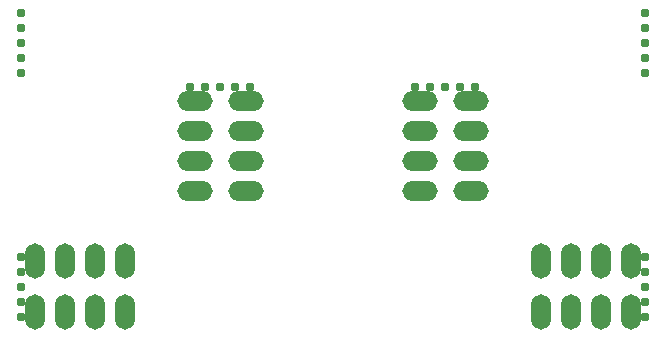
<source format=gbs>
%TF.GenerationSoftware,KiCad,Pcbnew,(5.99.0-12112-g0cd8a4d846)*%
%TF.CreationDate,2021-10-21T21:26:21-04:00*%
%TF.ProjectId,Piggyback_1_0_PCB,50696767-7962-4616-936b-5f315f305f50,rev?*%
%TF.SameCoordinates,Original*%
%TF.FileFunction,Soldermask,Bot*%
%TF.FilePolarity,Negative*%
%FSLAX46Y46*%
G04 Gerber Fmt 4.6, Leading zero omitted, Abs format (unit mm)*
G04 Created by KiCad (PCBNEW (5.99.0-12112-g0cd8a4d846)) date 2021-10-21 21:26:21*
%MOMM*%
%LPD*%
G01*
G04 APERTURE LIST*
%ADD10C,0.787400*%
%ADD11O,1.700000X1.700000*%
%ADD12C,1.700000*%
%ADD13O,3.000000X1.700000*%
%ADD14O,1.700000X3.000000*%
G04 APERTURE END LIST*
D10*
%TO.C,REF\u002A\u002A*%
X59272250Y-63817500D03*
X59272250Y-62547500D03*
X59272250Y-65087500D03*
X59272250Y-66357500D03*
X59272250Y-67627500D03*
%TD*%
%TO.C,REF\u002A\u002A*%
X112167750Y-66357500D03*
X112167750Y-67627500D03*
X112167750Y-65087500D03*
X112167750Y-63817500D03*
X112167750Y-62547500D03*
%TD*%
%TO.C,REF\u002A\u002A*%
X112167750Y-87000000D03*
X112167750Y-88270000D03*
X112167750Y-85730000D03*
X112167750Y-84460000D03*
X112167750Y-83190000D03*
%TD*%
%TO.C,REF\u002A\u002A*%
X59272250Y-84455000D03*
X59272250Y-83185000D03*
X59272250Y-85725000D03*
X59272250Y-86995000D03*
X59272250Y-88265000D03*
%TD*%
%TO.C,REF\u002A\u002A*%
X96515000Y-68802250D03*
X97785000Y-68802250D03*
X95245000Y-68802250D03*
X93975000Y-68802250D03*
X92705000Y-68802250D03*
%TD*%
%TO.C,REF\u002A\u002A*%
X73655000Y-68802250D03*
X74925000Y-68802250D03*
X78735000Y-68802250D03*
X77465000Y-68802250D03*
X76195000Y-68802250D03*
%TD*%
D11*
%TO.C,J12*%
X60473750Y-88106250D03*
X63013750Y-88106250D03*
X65553750Y-88106250D03*
D12*
X68093750Y-88106250D03*
%TD*%
D11*
%TO.C,J7*%
X92868750Y-69998750D03*
X92868750Y-72538750D03*
X92868750Y-75078750D03*
D12*
X92868750Y-77618750D03*
%TD*%
D11*
%TO.C,J5*%
X97631250Y-77638750D03*
X97631250Y-75098750D03*
X97631250Y-72558750D03*
D12*
X97631250Y-70018750D03*
%TD*%
D11*
%TO.C,J3*%
X78581250Y-77638750D03*
X78581250Y-75098750D03*
X78581250Y-72558750D03*
D12*
X78581250Y-70018750D03*
%TD*%
D13*
%TO.C,J4*%
X97415000Y-77638750D03*
X93075000Y-77638750D03*
X97415000Y-75098750D03*
X93075000Y-75098750D03*
X97415000Y-72558750D03*
X93075000Y-72558750D03*
X97415000Y-70018750D03*
X93075000Y-70018750D03*
%TD*%
D11*
%TO.C,J9*%
X110976250Y-83343750D03*
X108436250Y-83343750D03*
X105896250Y-83343750D03*
D12*
X103356250Y-83343750D03*
%TD*%
D11*
%TO.C,J8*%
X68113750Y-83343750D03*
X65573750Y-83343750D03*
X63033750Y-83343750D03*
D12*
X60493750Y-83343750D03*
%TD*%
D11*
%TO.C,J6*%
X73818750Y-69998750D03*
X73818750Y-72538750D03*
X73818750Y-75078750D03*
D12*
X73818750Y-77618750D03*
%TD*%
D14*
%TO.C,J10*%
X68113750Y-83560000D03*
X68113750Y-87900000D03*
X65573750Y-83560000D03*
X65573750Y-87900000D03*
X63033750Y-83560000D03*
X63033750Y-87900000D03*
X60493750Y-83560000D03*
X60493750Y-87900000D03*
%TD*%
D11*
%TO.C,J13*%
X103336250Y-88106250D03*
X105876250Y-88106250D03*
X108416250Y-88106250D03*
D12*
X110956250Y-88106250D03*
%TD*%
D13*
%TO.C,J2*%
X78365000Y-77638750D03*
X74025000Y-77638750D03*
X78365000Y-75098750D03*
X74025000Y-75098750D03*
X78365000Y-72558750D03*
X74025000Y-72558750D03*
X78365000Y-70018750D03*
X74025000Y-70018750D03*
%TD*%
D14*
%TO.C,J11*%
X110976250Y-83560000D03*
X110976250Y-87900000D03*
X108436250Y-83560000D03*
X108436250Y-87900000D03*
X105896250Y-83560000D03*
X105896250Y-87900000D03*
X103356250Y-83560000D03*
X103356250Y-87900000D03*
%TD*%
M02*

</source>
